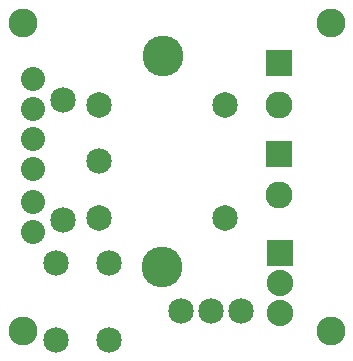
<source format=gts>
G04 MADE WITH FRITZING*
G04 WWW.FRITZING.ORG*
G04 DOUBLE SIDED*
G04 HOLES PLATED*
G04 CONTOUR ON CENTER OF CONTOUR VECTOR*
%ASAXBY*%
%FSLAX23Y23*%
%MOIN*%
%OFA0B0*%
%SFA1.0B1.0*%
%ADD10C,0.088000*%
%ADD11C,0.085000*%
%ADD12C,0.080000*%
%ADD13C,0.090000*%
%ADD14C,0.085118*%
%ADD15C,0.084803*%
%ADD16C,0.135984*%
%ADD17C,0.096614*%
%ADD18R,0.088000X0.088000*%
%ADD19R,0.090000X0.090000*%
%LNMASK1*%
G90*
G70*
G54D10*
X934Y336D03*
X934Y236D03*
X934Y136D03*
G54D11*
X210Y447D03*
X210Y847D03*
X604Y142D03*
X704Y142D03*
X804Y142D03*
G54D12*
X110Y406D03*
X110Y507D03*
X110Y816D03*
X110Y916D03*
X110Y616D03*
X110Y716D03*
G54D11*
X366Y303D03*
X366Y47D03*
X189Y303D03*
X189Y47D03*
G54D13*
X933Y968D03*
X933Y830D03*
X933Y667D03*
X933Y529D03*
G54D14*
X753Y828D03*
X332Y828D03*
X332Y454D03*
X753Y454D03*
X753Y828D03*
X332Y828D03*
X332Y454D03*
X753Y454D03*
G54D15*
X331Y644D03*
G54D16*
X544Y994D03*
X543Y289D03*
G54D17*
X1104Y1103D03*
X1104Y77D03*
X78Y77D03*
X78Y1103D03*
G54D18*
X934Y336D03*
G54D19*
X933Y968D03*
X933Y667D03*
G04 End of Mask1*
M02*
</source>
